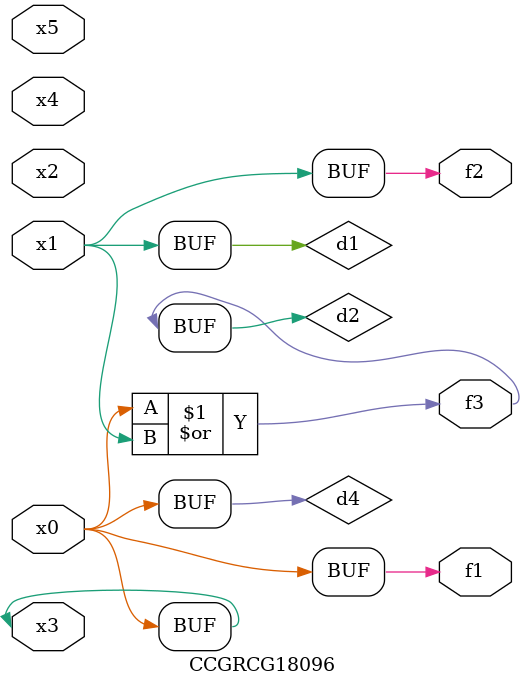
<source format=v>
module CCGRCG18096(
	input x0, x1, x2, x3, x4, x5,
	output f1, f2, f3
);

	wire d1, d2, d3, d4;

	and (d1, x1);
	or (d2, x0, x1);
	nand (d3, x0, x5);
	buf (d4, x0, x3);
	assign f1 = d4;
	assign f2 = d1;
	assign f3 = d2;
endmodule

</source>
